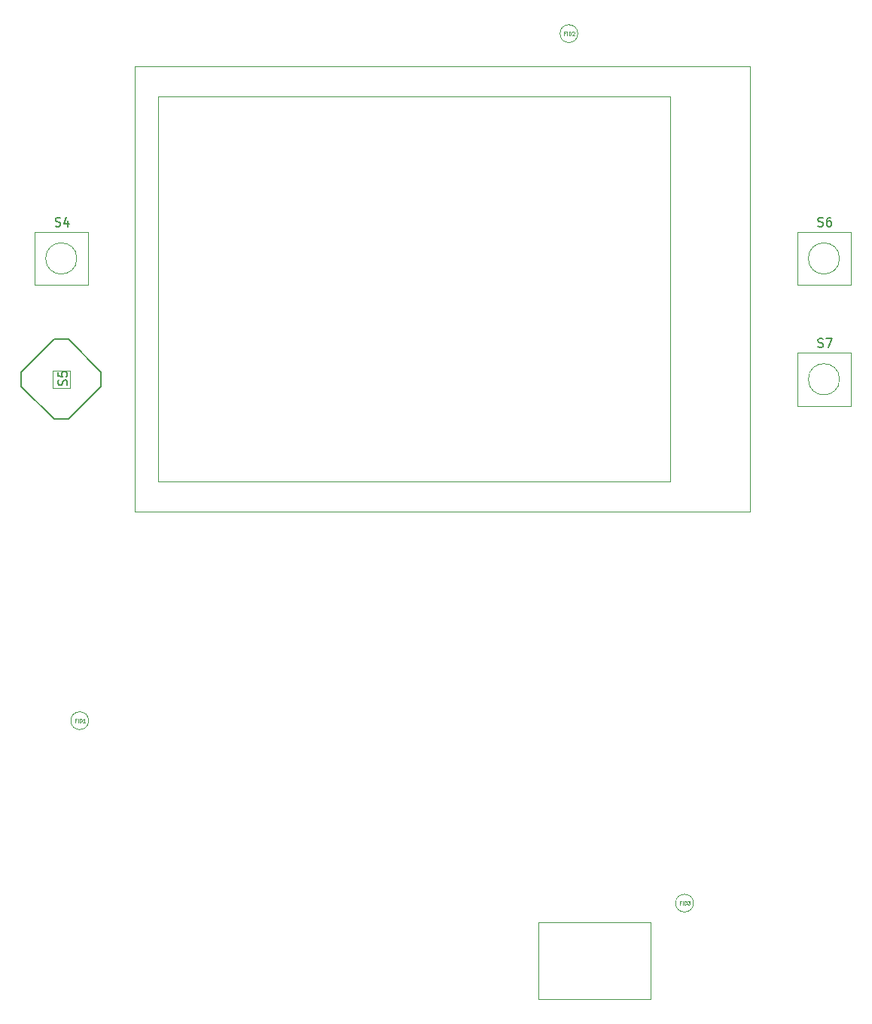
<source format=gbr>
G04 #@! TF.GenerationSoftware,KiCad,Pcbnew,7.99.0-1.20230515git1adcb86.fc37*
G04 #@! TF.CreationDate,2023-05-21T15:33:59+01:00*
G04 #@! TF.ProjectId,tr23-badge-r2,74723233-2d62-4616-9467-652d72322e6b,r2*
G04 #@! TF.SameCoordinates,Original*
G04 #@! TF.FileFunction,AssemblyDrawing,Top*
%FSLAX46Y46*%
G04 Gerber Fmt 4.6, Leading zero omitted, Abs format (unit mm)*
G04 Created by KiCad (PCBNEW 7.99.0-1.20230515git1adcb86.fc37) date 2023-05-21 15:33:59*
%MOMM*%
%LPD*%
G01*
G04 APERTURE LIST*
%ADD10C,0.060000*%
%ADD11C,0.150000*%
%ADD12C,0.100000*%
%ADD13C,0.127000*%
G04 APERTURE END LIST*
D10*
G04 #@! TO.C,FID1*
X107312902Y-121329903D02*
X107179569Y-121329903D01*
X107179569Y-121539427D02*
X107179569Y-121139427D01*
X107179569Y-121139427D02*
X107370045Y-121139427D01*
X107522426Y-121539427D02*
X107522426Y-121139427D01*
X107712902Y-121539427D02*
X107712902Y-121139427D01*
X107712902Y-121139427D02*
X107808140Y-121139427D01*
X107808140Y-121139427D02*
X107865283Y-121158475D01*
X107865283Y-121158475D02*
X107903378Y-121196570D01*
X107903378Y-121196570D02*
X107922425Y-121234665D01*
X107922425Y-121234665D02*
X107941473Y-121310856D01*
X107941473Y-121310856D02*
X107941473Y-121367999D01*
X107941473Y-121367999D02*
X107922425Y-121444189D01*
X107922425Y-121444189D02*
X107903378Y-121482284D01*
X107903378Y-121482284D02*
X107865283Y-121520380D01*
X107865283Y-121520380D02*
X107808140Y-121539427D01*
X107808140Y-121539427D02*
X107712902Y-121539427D01*
X108322425Y-121539427D02*
X108093854Y-121539427D01*
X108208140Y-121539427D02*
X108208140Y-121139427D01*
X108208140Y-121139427D02*
X108170044Y-121196570D01*
X108170044Y-121196570D02*
X108131949Y-121234665D01*
X108131949Y-121234665D02*
X108093854Y-121253713D01*
G04 #@! TO.C,FID2*
X162312902Y-44129903D02*
X162179569Y-44129903D01*
X162179569Y-44339427D02*
X162179569Y-43939427D01*
X162179569Y-43939427D02*
X162370045Y-43939427D01*
X162522426Y-44339427D02*
X162522426Y-43939427D01*
X162712902Y-44339427D02*
X162712902Y-43939427D01*
X162712902Y-43939427D02*
X162808140Y-43939427D01*
X162808140Y-43939427D02*
X162865283Y-43958475D01*
X162865283Y-43958475D02*
X162903378Y-43996570D01*
X162903378Y-43996570D02*
X162922425Y-44034665D01*
X162922425Y-44034665D02*
X162941473Y-44110856D01*
X162941473Y-44110856D02*
X162941473Y-44167999D01*
X162941473Y-44167999D02*
X162922425Y-44244189D01*
X162922425Y-44244189D02*
X162903378Y-44282284D01*
X162903378Y-44282284D02*
X162865283Y-44320380D01*
X162865283Y-44320380D02*
X162808140Y-44339427D01*
X162808140Y-44339427D02*
X162712902Y-44339427D01*
X163093854Y-43977522D02*
X163112902Y-43958475D01*
X163112902Y-43958475D02*
X163150997Y-43939427D01*
X163150997Y-43939427D02*
X163246235Y-43939427D01*
X163246235Y-43939427D02*
X163284330Y-43958475D01*
X163284330Y-43958475D02*
X163303378Y-43977522D01*
X163303378Y-43977522D02*
X163322425Y-44015618D01*
X163322425Y-44015618D02*
X163322425Y-44053713D01*
X163322425Y-44053713D02*
X163303378Y-44110856D01*
X163303378Y-44110856D02*
X163074806Y-44339427D01*
X163074806Y-44339427D02*
X163322425Y-44339427D01*
G04 #@! TO.C,FID3*
X175312902Y-141829903D02*
X175179569Y-141829903D01*
X175179569Y-142039427D02*
X175179569Y-141639427D01*
X175179569Y-141639427D02*
X175370045Y-141639427D01*
X175522426Y-142039427D02*
X175522426Y-141639427D01*
X175712902Y-142039427D02*
X175712902Y-141639427D01*
X175712902Y-141639427D02*
X175808140Y-141639427D01*
X175808140Y-141639427D02*
X175865283Y-141658475D01*
X175865283Y-141658475D02*
X175903378Y-141696570D01*
X175903378Y-141696570D02*
X175922425Y-141734665D01*
X175922425Y-141734665D02*
X175941473Y-141810856D01*
X175941473Y-141810856D02*
X175941473Y-141867999D01*
X175941473Y-141867999D02*
X175922425Y-141944189D01*
X175922425Y-141944189D02*
X175903378Y-141982284D01*
X175903378Y-141982284D02*
X175865283Y-142020380D01*
X175865283Y-142020380D02*
X175808140Y-142039427D01*
X175808140Y-142039427D02*
X175712902Y-142039427D01*
X176074806Y-141639427D02*
X176322425Y-141639427D01*
X176322425Y-141639427D02*
X176189092Y-141791808D01*
X176189092Y-141791808D02*
X176246235Y-141791808D01*
X176246235Y-141791808D02*
X176284330Y-141810856D01*
X176284330Y-141810856D02*
X176303378Y-141829903D01*
X176303378Y-141829903D02*
X176322425Y-141867999D01*
X176322425Y-141867999D02*
X176322425Y-141963237D01*
X176322425Y-141963237D02*
X176303378Y-142001332D01*
X176303378Y-142001332D02*
X176284330Y-142020380D01*
X176284330Y-142020380D02*
X176246235Y-142039427D01*
X176246235Y-142039427D02*
X176131949Y-142039427D01*
X176131949Y-142039427D02*
X176093854Y-142020380D01*
X176093854Y-142020380D02*
X176074806Y-142001332D01*
D11*
G04 #@! TO.C,S4*
X104963779Y-65774700D02*
X105106636Y-65822319D01*
X105106636Y-65822319D02*
X105344731Y-65822319D01*
X105344731Y-65822319D02*
X105439969Y-65774700D01*
X105439969Y-65774700D02*
X105487588Y-65727080D01*
X105487588Y-65727080D02*
X105535207Y-65631842D01*
X105535207Y-65631842D02*
X105535207Y-65536604D01*
X105535207Y-65536604D02*
X105487588Y-65441366D01*
X105487588Y-65441366D02*
X105439969Y-65393747D01*
X105439969Y-65393747D02*
X105344731Y-65346128D01*
X105344731Y-65346128D02*
X105154255Y-65298509D01*
X105154255Y-65298509D02*
X105059017Y-65250890D01*
X105059017Y-65250890D02*
X105011398Y-65203271D01*
X105011398Y-65203271D02*
X104963779Y-65108033D01*
X104963779Y-65108033D02*
X104963779Y-65012795D01*
X104963779Y-65012795D02*
X105011398Y-64917557D01*
X105011398Y-64917557D02*
X105059017Y-64869938D01*
X105059017Y-64869938D02*
X105154255Y-64822319D01*
X105154255Y-64822319D02*
X105392350Y-64822319D01*
X105392350Y-64822319D02*
X105535207Y-64869938D01*
X106392350Y-65155652D02*
X106392350Y-65822319D01*
X106154255Y-64774700D02*
X105916160Y-65488985D01*
X105916160Y-65488985D02*
X106535207Y-65488985D01*
G04 #@! TO.C,S5*
X106232169Y-83653743D02*
X106279788Y-83510886D01*
X106279788Y-83510886D02*
X106279788Y-83272791D01*
X106279788Y-83272791D02*
X106232169Y-83177553D01*
X106232169Y-83177553D02*
X106184549Y-83129934D01*
X106184549Y-83129934D02*
X106089311Y-83082315D01*
X106089311Y-83082315D02*
X105994073Y-83082315D01*
X105994073Y-83082315D02*
X105898835Y-83129934D01*
X105898835Y-83129934D02*
X105851216Y-83177553D01*
X105851216Y-83177553D02*
X105803597Y-83272791D01*
X105803597Y-83272791D02*
X105755978Y-83463267D01*
X105755978Y-83463267D02*
X105708359Y-83558505D01*
X105708359Y-83558505D02*
X105660740Y-83606124D01*
X105660740Y-83606124D02*
X105565502Y-83653743D01*
X105565502Y-83653743D02*
X105470264Y-83653743D01*
X105470264Y-83653743D02*
X105375026Y-83606124D01*
X105375026Y-83606124D02*
X105327407Y-83558505D01*
X105327407Y-83558505D02*
X105279788Y-83463267D01*
X105279788Y-83463267D02*
X105279788Y-83225172D01*
X105279788Y-83225172D02*
X105327407Y-83082315D01*
X105279788Y-82177553D02*
X105279788Y-82653743D01*
X105279788Y-82653743D02*
X105755978Y-82701362D01*
X105755978Y-82701362D02*
X105708359Y-82653743D01*
X105708359Y-82653743D02*
X105660740Y-82558505D01*
X105660740Y-82558505D02*
X105660740Y-82320410D01*
X105660740Y-82320410D02*
X105708359Y-82225172D01*
X105708359Y-82225172D02*
X105755978Y-82177553D01*
X105755978Y-82177553D02*
X105851216Y-82129934D01*
X105851216Y-82129934D02*
X106089311Y-82129934D01*
X106089311Y-82129934D02*
X106184549Y-82177553D01*
X106184549Y-82177553D02*
X106232169Y-82225172D01*
X106232169Y-82225172D02*
X106279788Y-82320410D01*
X106279788Y-82320410D02*
X106279788Y-82558505D01*
X106279788Y-82558505D02*
X106232169Y-82653743D01*
X106232169Y-82653743D02*
X106184549Y-82701362D01*
G04 #@! TO.C,S6*
X190713779Y-65774700D02*
X190856636Y-65822319D01*
X190856636Y-65822319D02*
X191094731Y-65822319D01*
X191094731Y-65822319D02*
X191189969Y-65774700D01*
X191189969Y-65774700D02*
X191237588Y-65727080D01*
X191237588Y-65727080D02*
X191285207Y-65631842D01*
X191285207Y-65631842D02*
X191285207Y-65536604D01*
X191285207Y-65536604D02*
X191237588Y-65441366D01*
X191237588Y-65441366D02*
X191189969Y-65393747D01*
X191189969Y-65393747D02*
X191094731Y-65346128D01*
X191094731Y-65346128D02*
X190904255Y-65298509D01*
X190904255Y-65298509D02*
X190809017Y-65250890D01*
X190809017Y-65250890D02*
X190761398Y-65203271D01*
X190761398Y-65203271D02*
X190713779Y-65108033D01*
X190713779Y-65108033D02*
X190713779Y-65012795D01*
X190713779Y-65012795D02*
X190761398Y-64917557D01*
X190761398Y-64917557D02*
X190809017Y-64869938D01*
X190809017Y-64869938D02*
X190904255Y-64822319D01*
X190904255Y-64822319D02*
X191142350Y-64822319D01*
X191142350Y-64822319D02*
X191285207Y-64869938D01*
X192142350Y-64822319D02*
X191951874Y-64822319D01*
X191951874Y-64822319D02*
X191856636Y-64869938D01*
X191856636Y-64869938D02*
X191809017Y-64917557D01*
X191809017Y-64917557D02*
X191713779Y-65060414D01*
X191713779Y-65060414D02*
X191666160Y-65250890D01*
X191666160Y-65250890D02*
X191666160Y-65631842D01*
X191666160Y-65631842D02*
X191713779Y-65727080D01*
X191713779Y-65727080D02*
X191761398Y-65774700D01*
X191761398Y-65774700D02*
X191856636Y-65822319D01*
X191856636Y-65822319D02*
X192047112Y-65822319D01*
X192047112Y-65822319D02*
X192142350Y-65774700D01*
X192142350Y-65774700D02*
X192189969Y-65727080D01*
X192189969Y-65727080D02*
X192237588Y-65631842D01*
X192237588Y-65631842D02*
X192237588Y-65393747D01*
X192237588Y-65393747D02*
X192189969Y-65298509D01*
X192189969Y-65298509D02*
X192142350Y-65250890D01*
X192142350Y-65250890D02*
X192047112Y-65203271D01*
X192047112Y-65203271D02*
X191856636Y-65203271D01*
X191856636Y-65203271D02*
X191761398Y-65250890D01*
X191761398Y-65250890D02*
X191713779Y-65298509D01*
X191713779Y-65298509D02*
X191666160Y-65393747D01*
G04 #@! TO.C,S7*
X190713779Y-79349700D02*
X190856636Y-79397319D01*
X190856636Y-79397319D02*
X191094731Y-79397319D01*
X191094731Y-79397319D02*
X191189969Y-79349700D01*
X191189969Y-79349700D02*
X191237588Y-79302080D01*
X191237588Y-79302080D02*
X191285207Y-79206842D01*
X191285207Y-79206842D02*
X191285207Y-79111604D01*
X191285207Y-79111604D02*
X191237588Y-79016366D01*
X191237588Y-79016366D02*
X191189969Y-78968747D01*
X191189969Y-78968747D02*
X191094731Y-78921128D01*
X191094731Y-78921128D02*
X190904255Y-78873509D01*
X190904255Y-78873509D02*
X190809017Y-78825890D01*
X190809017Y-78825890D02*
X190761398Y-78778271D01*
X190761398Y-78778271D02*
X190713779Y-78683033D01*
X190713779Y-78683033D02*
X190713779Y-78587795D01*
X190713779Y-78587795D02*
X190761398Y-78492557D01*
X190761398Y-78492557D02*
X190809017Y-78444938D01*
X190809017Y-78444938D02*
X190904255Y-78397319D01*
X190904255Y-78397319D02*
X191142350Y-78397319D01*
X191142350Y-78397319D02*
X191285207Y-78444938D01*
X191618541Y-78397319D02*
X192285207Y-78397319D01*
X192285207Y-78397319D02*
X191856636Y-79397319D01*
G04 #@! TO.C,SPEAKER1*
D12*
X159300000Y-144050000D02*
X171900000Y-144050000D01*
X171900000Y-152650000D01*
X159300000Y-152650000D01*
X159300000Y-144050000D01*
G04 #@! TO.C,FID1*
X108702000Y-121357500D02*
G75*
G03*
X108702000Y-121357500I-1000000J0D01*
G01*
G04 #@! TO.C,FID2*
X163702000Y-44157500D02*
G75*
G03*
X163702000Y-44157500I-1000000J0D01*
G01*
G04 #@! TO.C,FID3*
X176702000Y-141857500D02*
G75*
G03*
X176702000Y-141857500I-1000000J0D01*
G01*
G04 #@! TO.C,DISP1*
X113902500Y-97842500D02*
X183102500Y-97842500D01*
X116502500Y-94442500D02*
X174102500Y-94442500D01*
X116502500Y-51242500D02*
X116502500Y-94442500D01*
X116502500Y-51242500D02*
X174102500Y-51242500D01*
X174102500Y-51242500D02*
X174102500Y-94442500D01*
X113902500Y-47842500D02*
X113902500Y-97842500D01*
X183102500Y-47842500D02*
X183102500Y-97842500D01*
X183102500Y-47842500D02*
X113902500Y-47842500D01*
G04 #@! TO.C,S4*
X102627000Y-66417500D02*
X102627000Y-72417500D01*
X102627000Y-72417500D02*
X108627000Y-72417500D01*
X108627000Y-66417500D02*
X102627000Y-66417500D01*
X108627000Y-72417500D02*
X108627000Y-66417500D01*
X107377714Y-69417500D02*
G75*
G03*
X107377714Y-69417500I-1750714J0D01*
G01*
D13*
G04 #@! TO.C,S5*
X101136872Y-83805673D02*
X101136872Y-82179327D01*
X104813827Y-87482628D02*
X101136872Y-83805673D01*
X101136872Y-82179327D02*
X104813827Y-78502372D01*
X106440173Y-87482628D02*
X104813827Y-87482628D01*
D12*
X104672406Y-82037906D02*
X104672406Y-83947094D01*
X104672406Y-82037906D02*
X106581594Y-82037906D01*
X106581594Y-83947094D02*
X104672406Y-83947094D01*
X106581594Y-82037906D02*
X106581594Y-83947094D01*
D13*
X104813827Y-78502372D02*
X106440173Y-78502372D01*
X110117128Y-83805673D02*
X106440173Y-87482628D01*
X106440173Y-78502372D02*
X110117128Y-82179327D01*
X110117128Y-82179327D02*
X110117128Y-83805673D01*
D12*
G04 #@! TO.C,S6*
X188377000Y-66417500D02*
X188377000Y-72417500D01*
X188377000Y-72417500D02*
X194377000Y-72417500D01*
X194377000Y-66417500D02*
X188377000Y-66417500D01*
X194377000Y-72417500D02*
X194377000Y-66417500D01*
X193127714Y-69417500D02*
G75*
G03*
X193127714Y-69417500I-1750714J0D01*
G01*
G04 #@! TO.C,S7*
X188377000Y-79992500D02*
X188377000Y-85992500D01*
X188377000Y-85992500D02*
X194377000Y-85992500D01*
X194377000Y-79992500D02*
X188377000Y-79992500D01*
X194377000Y-85992500D02*
X194377000Y-79992500D01*
X193127714Y-82992500D02*
G75*
G03*
X193127714Y-82992500I-1750714J0D01*
G01*
G04 #@! TD*
M02*

</source>
